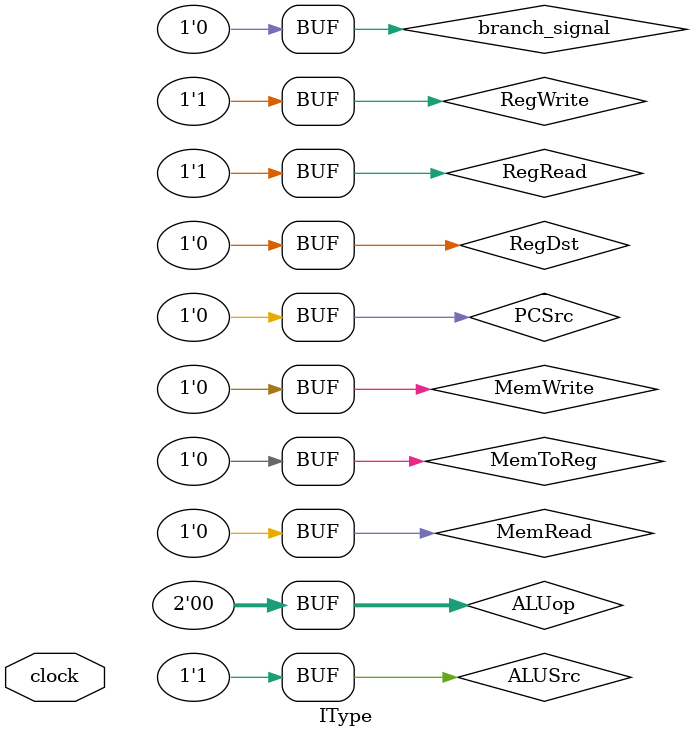
<source format=v>
/* MIPS Core Module is the centre of all operations that handles all the operations and instantiates
   all the necessary modules
*/
`include "Register_read_write.v"
`include "../Module 1 - ALU/ALU32bit.v"
`include "../Module 2 - ALU Control/ALUcontrol.v"
`include "Instruction_read.v"
`include "Memory_read_write.v"
`include "../Module 3 - Instruction Fetch/parse_instruction.v"


module IType(clock);

    input clock;   // Execution happens only at positive level-transition (edge sensitive)
	
    // Program counter
    reg[31:0] PC = 32'b0; 
	
    // Instruction
    wire [31:0] instruction;
	
    // Parse instruction
    wire [5:0] funct;
    wire [4:0] rs, rt, rd, shamt;
    wire [25:0] address;
    wire [31:0] immediate;
    wire [5:0] opcode;
	wire [3:0] ALUInput;
	
    // Signals
    reg RegRead, RegWrite, RegDst;  
    reg MemRead, MemWrite, MemToReg;
    reg branch_signal;
	wire flag;
    reg PCSrc, ALUSrc;
	reg [1:0] ALUop;
	
    // Registers contents
    wire [31:0] write_data, rs_content, rt_content, memory_read_data;
	
	// Control signals for I Type Instruction
	initial begin
	MemRead  		= 1'b0;
    MemWrite 		= 1'b0;
    RegWrite 		= 1'b1;
    RegRead  		= 1'b1;
    RegDst   		= 1'b0;
    branch_signal   = 1'b0;
    ALUSrc   		= 1'b1;
    PCSrc    		= 1'b0;
    MemToReg 		= 1'b0;
	ALUop	 		= 2'b00;
	end
	
    // Instantiating all necessary modules
    read_instructions p1 (instruction, PC);
    parse_instruction p2 (opcode, rs, rt, rd, shamt, funct, immediate, address, instruction, PC);
	alu_control_unit p3 (ALUInput, funct, ALUop);
    ALU32bit p4 (write_data, flag, rs, rt, rs_content, rt_content, immediate, ALUSrc, ALUInput);
    read_write_memory p5 (memory_read_data, write_data, rt_content, opcode, MemRead, MemWrite);
    read_write_registers p6 (rs_content, rt_content, memory_read_data, write_data, rs, rt, rd, opcode, RegRead, RegWrite, RegDst, MemToReg, clock);
	
    // PC operations - The next instruction is read only when the clock is at positive edge
    always @(posedge clock) begin 
        if(branch_signal == 1 & flag == 1) begin
            PC = PC + 1 + $signed(immediate); 
        end
		else
            PC = PC + 1;
    end 
endmodule
</source>
